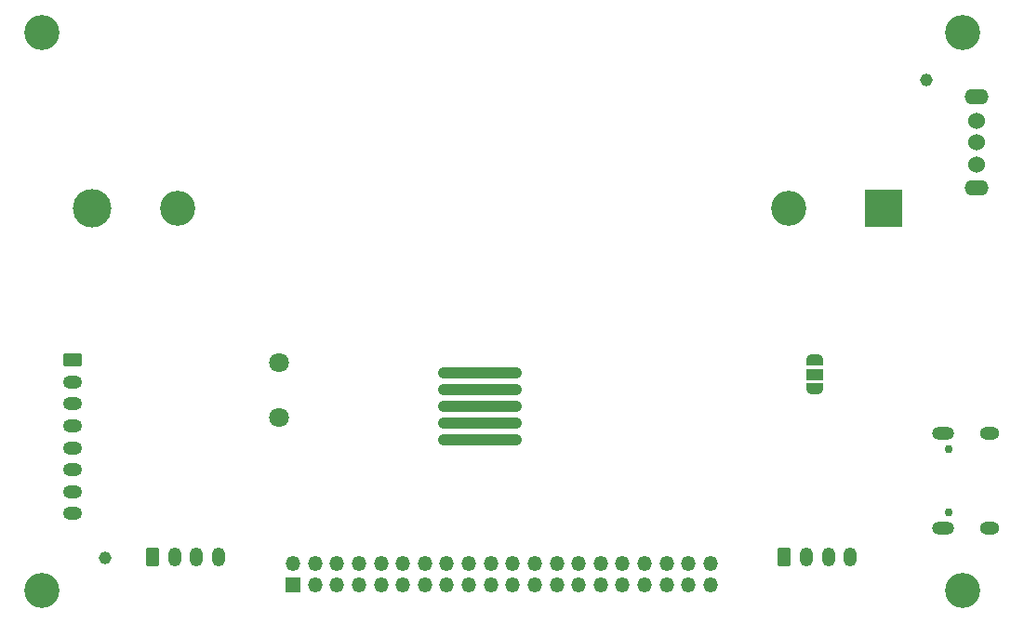
<source format=gbr>
%TF.GenerationSoftware,KiCad,Pcbnew,(6.0.10)*%
%TF.CreationDate,2023-03-03T00:05:23+07:00*%
%TF.ProjectId,wt32_sc01_ext,77743332-5f73-4633-9031-5f6578742e6b,rev?*%
%TF.SameCoordinates,Original*%
%TF.FileFunction,Soldermask,Bot*%
%TF.FilePolarity,Negative*%
%FSLAX46Y46*%
G04 Gerber Fmt 4.6, Leading zero omitted, Abs format (unit mm)*
G04 Created by KiCad (PCBNEW (6.0.10)) date 2023-03-03 00:05:23*
%MOMM*%
%LPD*%
G01*
G04 APERTURE LIST*
G04 Aperture macros list*
%AMRoundRect*
0 Rectangle with rounded corners*
0 $1 Rounding radius*
0 $2 $3 $4 $5 $6 $7 $8 $9 X,Y pos of 4 corners*
0 Add a 4 corners polygon primitive as box body*
4,1,4,$2,$3,$4,$5,$6,$7,$8,$9,$2,$3,0*
0 Add four circle primitives for the rounded corners*
1,1,$1+$1,$2,$3*
1,1,$1+$1,$4,$5*
1,1,$1+$1,$6,$7*
1,1,$1+$1,$8,$9*
0 Add four rect primitives between the rounded corners*
20,1,$1+$1,$2,$3,$4,$5,0*
20,1,$1+$1,$4,$5,$6,$7,0*
20,1,$1+$1,$6,$7,$8,$9,0*
20,1,$1+$1,$8,$9,$2,$3,0*%
%AMFreePoly0*
4,1,22,0.550000,-0.750000,0.000000,-0.750000,0.000000,-0.745033,-0.079941,-0.743568,-0.215256,-0.701293,-0.333266,-0.622738,-0.424486,-0.514219,-0.481581,-0.384460,-0.499164,-0.250000,-0.500000,-0.250000,-0.500000,0.250000,-0.499164,0.250000,-0.499963,0.256109,-0.478152,0.396186,-0.417904,0.524511,-0.324060,0.630769,-0.204165,0.706417,-0.067858,0.745374,0.000000,0.744959,0.000000,0.750000,
0.550000,0.750000,0.550000,-0.750000,0.550000,-0.750000,$1*%
%AMFreePoly1*
4,1,20,0.000000,0.744959,0.073905,0.744508,0.209726,0.703889,0.328688,0.626782,0.421226,0.519385,0.479903,0.390333,0.500000,0.250000,0.500000,-0.250000,0.499851,-0.262216,0.476331,-0.402017,0.414519,-0.529596,0.319384,-0.634700,0.198574,-0.708877,0.061801,-0.746166,0.000000,-0.745033,0.000000,-0.750000,-0.550000,-0.750000,-0.550000,0.750000,0.000000,0.750000,0.000000,0.744959,
0.000000,0.744959,$1*%
G04 Aperture macros list end*
%ADD10C,1.000000*%
%ADD11C,1.800000*%
%ADD12RoundRect,0.250000X-0.625000X0.350000X-0.625000X-0.350000X0.625000X-0.350000X0.625000X0.350000X0*%
%ADD13O,1.750000X1.200000*%
%ADD14C,0.750013*%
%ADD15O,2.000000X1.200000*%
%ADD16O,1.800000X1.200000*%
%ADD17C,3.200000*%
%ADD18C,1.152000*%
%ADD19C,1.524003*%
%ADD20O,2.200000X1.400000*%
%ADD21RoundRect,0.250000X-0.350000X-0.625000X0.350000X-0.625000X0.350000X0.625000X-0.350000X0.625000X0*%
%ADD22O,1.200000X1.750000*%
%ADD23R,1.350000X1.350000*%
%ADD24O,1.350000X1.350000*%
%ADD25R,3.500000X3.500000*%
%ADD26C,3.500000*%
%ADD27FreePoly0,270.000000*%
%ADD28R,1.500000X1.000000*%
%ADD29FreePoly1,270.000000*%
G04 APERTURE END LIST*
D10*
X40145290Y21716620D02*
X46749290Y21716620D01*
X40145290Y17144620D02*
X46749290Y17144620D01*
X40145290Y23240620D02*
X46749290Y23240620D01*
X40145290Y18668620D02*
X46749290Y18668620D01*
X40145290Y20192620D02*
X46749290Y20192620D01*
D11*
%TO.C,BZ1*%
X25159290Y19217001D03*
X25159290Y24217001D03*
%TD*%
D12*
%TO.C,J4*%
X6353290Y24428620D03*
D13*
X6353290Y22428620D03*
X6353290Y20428620D03*
X6353290Y18428620D03*
X6353290Y16428620D03*
X6353290Y14428620D03*
X6353290Y12428620D03*
X6353290Y10428620D03*
%TD*%
D14*
%TO.C,CN1*%
X86137669Y16327528D03*
X86137669Y10527680D03*
D15*
X85637542Y9102483D03*
X85637542Y17752725D03*
D16*
X89837440Y17752725D03*
X89837440Y9102483D03*
%TD*%
D17*
%TO.C,H4*%
X3569290Y3428620D03*
%TD*%
D18*
%TO.C,REF\u002A\u002A*%
X84069290Y49928620D03*
%TD*%
%TO.C,REF\u002A\u002A*%
X9319290Y6428620D03*
%TD*%
D19*
%TO.C,SW1*%
X88653290Y42228112D03*
X88653290Y44228112D03*
X88653290Y46228112D03*
D20*
X88653290Y48378226D03*
X88653290Y40077998D03*
%TD*%
D21*
%TO.C,J1*%
X13653290Y6449620D03*
D22*
X15653290Y6449620D03*
X17653290Y6449620D03*
X19653290Y6449620D03*
%TD*%
D23*
%TO.C,J3*%
X26430000Y3930000D03*
D24*
X26430000Y5930000D03*
X28430000Y3930000D03*
X28430000Y5930000D03*
X30430000Y3930000D03*
X30430000Y5930000D03*
X32430000Y3930000D03*
X32430000Y5930000D03*
X34430000Y3930000D03*
X34430000Y5930000D03*
X36430000Y3930000D03*
X36430000Y5930000D03*
X38430000Y3930000D03*
X38430000Y5930000D03*
X40430000Y3930000D03*
X40430000Y5930000D03*
X42430000Y3930000D03*
X42430000Y5930000D03*
X44430000Y3930000D03*
X44430000Y5930000D03*
X46430000Y3930000D03*
X46430000Y5930000D03*
X48430000Y3930000D03*
X48430000Y5930000D03*
X50430000Y3930000D03*
X50430000Y5930000D03*
X52430000Y3930000D03*
X52430000Y5930000D03*
X54430000Y3930000D03*
X54430000Y5930000D03*
X56430000Y3930000D03*
X56430000Y5930000D03*
X58430000Y3930000D03*
X58430000Y5930000D03*
X60430000Y3930000D03*
X60430000Y5930000D03*
X62430000Y3930000D03*
X62430000Y5930000D03*
X64430000Y3930000D03*
X64430000Y5930000D03*
%TD*%
D17*
%TO.C,BT1*%
X15898290Y38249620D03*
X71508290Y38249620D03*
D25*
X80153290Y38249620D03*
D26*
X8153290Y38249620D03*
%TD*%
D17*
%TO.C,H3*%
X87389290Y54228620D03*
%TD*%
D21*
%TO.C,J2*%
X71153290Y6499620D03*
D22*
X73153290Y6499620D03*
X75153290Y6499620D03*
X77153290Y6499620D03*
%TD*%
D17*
%TO.C,H1*%
X87389290Y3428620D03*
%TD*%
%TO.C,H2*%
X3569290Y54228620D03*
%TD*%
D27*
%TO.C,JP1*%
X73927290Y24413620D03*
D28*
X73927290Y23113620D03*
D29*
X73927290Y21813620D03*
%TD*%
M02*

</source>
